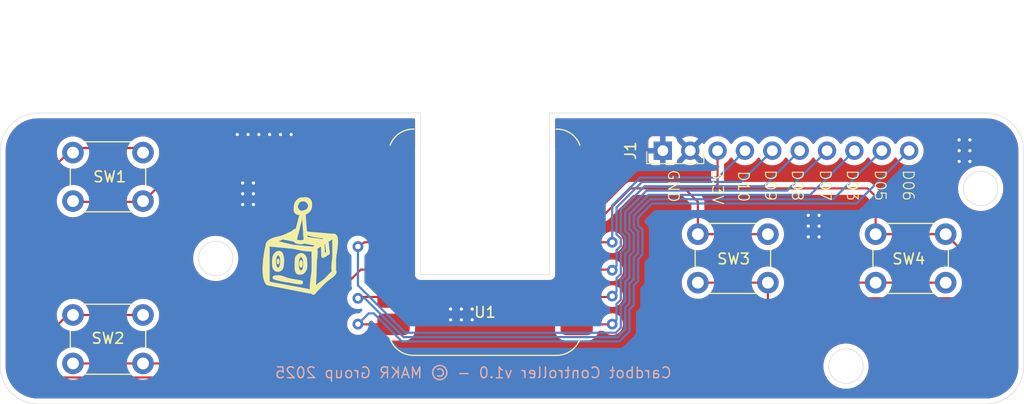
<source format=kicad_pcb>
(kicad_pcb (version 20241229) (generator "pcbnew") (generator_version "9.0")
  (title_block (title "Cardbot Controller") (date "2025-07-14") (rev "1.0") (company "Makr"))
  (layers (0 "F.Cu" signal) (2 "B.Cu" signal) (13 "F.Paste" user) (15 "B.Paste" user) (5 "F.SilkS" user "F.Silkscreen") (7 "B.SilkS" user "B.Silkscreen") (1 "F.Mask" user) (3 "B.Mask" user) (25 "Edge.Cuts" user))
  (net 0 "")
  (net 1 "Net-(U1-PA02_A0_D0)")
  (net 2 "Net-(J1-Pin_10)")
  (net 3 "Net-(U1-PA4_A1_D1)")
  (net 4 "Net-(U1-PA8_A4_D4_SDA)")
  (net 5 "Net-(U1-PA10_A2_D2)")
  (net 6 "Net-(J1-Pin_9)")
  (net 7 "Net-(J1-Pin_7)")
  (net 8 "Net-(J1-Pin_4)")
  (net 9 "Net-(J1-Pin_6)")
  (net 10 "Net-(J1-Pin_8)")
  (net 11 "Net-(J1-Pin_3)")
  (net 12 "Net-(J1-Pin_5)")
  (net 13 "Net-(J1-Pin_1)")
  (footprint "RF_Module:MCU_Seeed_ESP32C3_Open_Back" (layer "F.Cu") (at 140 65)
    (property "Reference" "U1")
    (property "Value" "MOUDLE-SEEEDUINO-XIAO-ESP32C3")
    (fp_line (start -6 -12) (end -6 3) (stroke (width 0.05)) (layer "Edge.Cuts"))
    (fp_line (start -6 3) (end 6 3) (stroke (width 0.05)) (layer "Edge.Cuts"))
    (fp_line (start 6 3) (end 6 -12) (stroke (width 0.05)) (layer "Edge.Cuts"))
  )
  (footprint "Button_Switch_THT:SW_PUSH_6mm_H5mm" (layer "F.Cu") (at 101.75 56.678)
    (property "Reference" "SW1")
    (property "Value" "TL1105BF160Q")
  )
  (footprint "Connector_PinHeader_2.54mm:PinHeader_1x10_P2.54mm_Horizontal" (layer "F.Cu") (at 156.5 56.5 90)
    (property "Reference" "J1")
    (property "Value" "Conn_01x10_MountingPin")
  )
  (footprint "Button_Switch_THT:SW_PUSH_6mm_H5mm" (layer "F.Cu") (at 176.25 64.25)
    (property "Reference" "SW4")
    (property "Value" "TL1105BF160Q")
  )
  (footprint "Button_Switch_THT:SW_PUSH_6mm_H5mm" (layer "F.Cu") (at 159.75 64.25)
    (property "Reference" "SW3")
    (property "Value" "TL1105BF160Q")
  )
  (footprint "Button_Switch_THT:SW_PUSH_6mm_H5mm" (layer "F.Cu") (at 101.75 71.75)
    (property "Reference" "SW2")
    (property "Value" "TL1105BF160Q")
  )
  (gr_line (start 131.4 65) (end 128.8 65) (stroke (width 0.2)) (layer "F.Cu") (net 10))
  (gr_line (start 128.8 65) (end 128.2 65.4) (stroke (width 0.2)) (layer "F.Cu") (net 10))
  (gr_curve (pts (xy 122.989888 62.269871) (xy 122.309249 62.422768) (xy 122.383353 61.903417) (xy 122.439145 61.650164)) (stroke (width 0.361156)) (layer "F.SilkS"))
  (gr_line (start 160.3 57.7) (end 160.3 56.6) (stroke (width 0.1)) (layer "F.SilkS"))
  (gr_curve (pts (xy 123.094024 61.022547) (xy 123.789483 60.860055) (xy 123.801825 61.402952) (xy 123.749166 61.650173)) (stroke (width 0.361156)) (layer "F.SilkS"))
  (gr_poly (pts (xy 120.777304 68.236537) (xy 120.839591 68.24056) (xy 120.902197 68.247971) (xy 120.965238 68.258492) (xy 121.09309 68.287755) (xy 121.224078 68.326128) (xy 121.359134 68.371389) (xy 121.499188 68.421316) (xy 121.757505 68.512056) (xy 120.466569 68.276963) (xy 120.52901 68.25988) (xy 120.591188 68.247574) (xy 120.653218 68.239766) (xy 120.715218 68.23618)) (stroke (width 0.361156)) (fill no) (layer "F.SilkS"))
  (gr_curve (pts (xy 120.788037 66.006365) (xy 121.103712 65.826581) (xy 121.193644 66.478964) (xy 121.16356 66.782811)) (stroke (width 0.361156)) (layer "F.SilkS"))
  (gr_line (start 123.163255 62.297485) (end 123.346055 64.842724) (stroke (width 0.361156)) (layer "F.SilkS"))
  (gr_poly (pts (xy 122.51427 64.107052) (xy 122.363214 64.690494) (xy 122.360156 64.700333) (xy 122.357667 64.711797) (xy 122.355723 64.726881) (xy 122.355233 64.735606) (xy 122.355213 64.745028) (xy 122.355773 64.755076) (xy 122.357025 64.765681) (xy 122.35908 64.776774) (xy 122.362048 64.788284) (xy 122.366042 64.800142) (xy 122.371171 64.812279) (xy 122.377548 64.824625) (xy 122.385283 64.83711) (xy 122.394487 64.849664) (xy 122.405272 64.862219) (xy 122.417748 64.874704) (xy 122.432027 64.88705) (xy 122.448219 64.899187) (xy 122.466437 64.911046) (xy 122.48679 64.922557) (xy 122.50939 64.93365) (xy 122.534348 64.944255) (xy 122.561776 64.954304) (xy 122.591783 64.963727) (xy 122.624482 64.972453) (xy 122.659983 64.980414) (xy 122.698398 64.987539) (xy 122.737712 64.993403) (xy 122.77583 64.997674) (xy 122.812746 65.000446) (xy 122.848459 65.001809) (xy 122.916261 65.00068) (xy 122.979207 64.995026) (xy 123.037271 64.985584) (xy 123.090426 64.973092) (xy 123.138646 64.958288) (xy 123.181904 64.94191) (xy 123.220173 64.924696) (xy 123.253426 64.907383) (xy 123.281636 64.890709) (xy 123.304777 64.875413) (xy 123.335745 64.851902) (xy 123.346116 64.842753) (xy 123.298049 64.173111) (xy 125.994654 64.400323) (xy 124.085015 65.603961) (xy 119.827886 65.195889) (xy 122.215029 64.081853)) (stroke (width 0.361156)) (fill no) (layer "F.SilkS"))
  (gr_poly (pts (xy 120.794677 66.516537) (xy 120.801228 66.517567) (xy 120.807683 66.519262) (xy 120.814035 66.521607) (xy 120.820275 66.524584) (xy 120.826396 66.528177) (xy 120.832389 66.532369) (xy 120.838246 66.537143) (xy 120.84396 66.542482) (xy 120.849521 66.54837) (xy 120.854923 66.55479) (xy 120.860156 66.561725) (xy 120.865213 66.569158) (xy 120.870086 66.577074) (xy 120.874766 66.585454) (xy 120.879246 66.594282) (xy 120.883516 66.603541) (xy 120.88757 66.613216) (xy 120.8914 66.623288) (xy 120.894996 66.633741) (xy 120.898351 66.644559) (xy 120.901456 66.655724) (xy 120.904305 66.66722) (xy 120.906888 66.67903) (xy 120.909197 66.691138) (xy 120.911225 66.703526) (xy 120.912963 66.716179) (xy 120.914404 66.729078) (xy 120.915538 66.742208) (xy 120.916358 66.755551) (xy 120.916856 66.769091) (xy 120.917024 66.782811) (xy 120.916358 66.810072) (xy 120.914404 66.836545) (xy 120.911225 66.862096) (xy 120.906888 66.886592) (xy 120.901456 66.909898) (xy 120.894996 66.931881) (xy 120.88757 66.952407) (xy 120.879246 66.97134) (xy 120.870086 66.988549) (xy 120.860156 67.003897) (xy 120.849521 67.017252) (xy 120.838246 67.028479) (xy 120.832389 67.033253) (xy 120.826396 67.037445) (xy 120.820275 67.041038) (xy 120.814035 67.044015) (xy 120.807683 67.04636) (xy 120.801228 67.048055) (xy 120.794677 67.049085) (xy 120.78804 67.049432) (xy 120.781402 67.049085) (xy 120.774852 67.048055) (xy 120.768397 67.04636) (xy 120.762045 67.044015) (xy 120.755805 67.041038) (xy 120.749684 67.037445) (xy 120.743691 67.033253) (xy 120.737833 67.028479) (xy 120.73212 67.02314) (xy 120.726558 67.017252) (xy 120.721157 67.010832) (xy 120.715924 67.003897) (xy 120.710867 66.996464) (xy 120.705994 66.988549) (xy 120.701314 66.980169) (xy 120.696834 66.97134) (xy 120.692563 66.962081) (xy 120.688509 66.952407) (xy 120.68468 66.942335) (xy 120.681084 66.931881) (xy 120.677729 66.921064) (xy 120.674623 66.909898) (xy 120.671775 66.898402) (xy 120.669192 66.886592) (xy 120.666882 66.874484) (xy 120.664854 66.862096) (xy 120.663116 66.849444) (xy 120.661676 66.836545) (xy 120.660542 66.823415) (xy 120.659721 66.810072) (xy 120.659223 66.796532) (xy 120.659056 66.782811) (xy 120.659721 66.755551) (xy 120.661676 66.729078) (xy 120.664854 66.703526) (xy 120.669192 66.67903) (xy 120.674623 66.655724) (xy 120.681084 66.633741) (xy 120.688509 66.613216) (xy 120.696834 66.594282) (xy 120.705994 66.577074) (xy 120.715924 66.561725) (xy 120.726558 66.54837) (xy 120.737833 66.537143) (xy 120.743691 66.532369) (xy 120.749684 66.528177) (xy 120.755805 66.524584) (xy 120.762045 66.521607) (xy 120.768397 66.519262) (xy 120.774852 66.517567) (xy 120.781402 66.516537) (xy 120.78804 66.51619)) (fill yes) (layer "F.SilkS"))
  (gr_curve (pts (xy 119.828 65.195864) (xy 119.998498 64.499192) (xy 121.934533 64.661987) (xy 122.215121 64.081838)) (stroke (width 0.361156)) (layer "F.SilkS"))
  (gr_curve (pts (xy 122.911306 68.722199) (xy 122.353271 68.620574) (xy 121.104968 68.527174) (xy 120.466601 68.276991)) (stroke (width 0.361156)) (layer "F.SilkS"))
  (gr_poly (pts (xy 120.470454 65.044898) (xy 120.755424 65.08772) (xy 121.072579 65.150939) (xy 121.768368 65.314915) (xy 122.487661 65.489514) (xy 122.834196 65.566012) (xy 123.160297 65.627423) (xy 123.457193 65.667835) (xy 123.716116 65.681332) (xy 123.828596 65.67614) (xy 123.928294 65.662002) (xy 124.014113 65.638178) (xy 124.084957 65.60393) (xy 124.142301 65.578207) (xy 124.188838 65.579318) (xy 124.225279 65.605563) (xy 124.252335 65.655239) (xy 124.270716 65.726646) (xy 124.281133 65.818081) (xy 124.280919 66.054234) (xy 124.257378 66.350085) (xy 124.216196 66.692023) (xy 124.10365 67.459717) (xy 123.988768 68.248425) (xy 123.944665 68.616632) (xy 123.917034 68.949258) (xy 123.911563 69.232693) (xy 123.918913 69.35171) (xy 123.933936 69.453325) (xy 123.95734 69.535837) (xy 123.989838 69.597543) (xy 123.996645 69.60385) (xy 123.682148 69.531842) (xy 122.189611 69.243541) (xy 119.827838 68.816474) (xy 119.775005 68.750535) (xy 119.727912 68.675447) (xy 119.686326 68.59182) (xy 119.650013 68.500265) (xy 119.618741 68.401392) (xy 119.592277 68.295812) (xy 119.552837 68.066969) (xy 119.52983 67.81862) (xy 119.521389 67.555648) (xy 119.525651 67.282935) (xy 119.540749 67.005365) (xy 119.564818 66.727819) (xy 119.595994 66.455182) (xy 119.672205 65.944162) (xy 119.75446 65.511368) (xy 119.827838 65.195863) (xy 119.853144 65.141033) (xy 119.896363 65.097956) (xy 119.956398 65.065892) (xy 120.032154 65.044102) (xy 120.122533 65.031847) (xy 120.226441 65.028387)) (stroke (width 0.361156)) (fill no) (layer "F.SilkS"))
  (gr_curve (pts (xy 123.346055 64.842724) (xy 123.346055 64.842724) (xy 123.124044 65.058862) (xy 122.698355 64.987504)) (stroke (width 0.361156)) (layer "F.SilkS"))
  (gr_line (start 155 57.7) (end 160.25 57.7) (stroke (width 0.1)) (layer "F.SilkS"))
  (gr_line (start 123.163255 62.297485) (end 122.989888 62.269871) (stroke (width 0.361156)) (layer "F.SilkS"))
  (gr_poly (pts (xy 122.911319 68.722177) (xy 122.802921 68.720308) (xy 122.697751 68.714885) (xy 122.595694 68.706186) (xy 122.496632 68.694488) (xy 122.40045 68.68007) (xy 122.307031 68.663208) (xy 122.128015 68.623267) (xy 121.958654 68.576886) (xy 121.798017 68.526287) (xy 121.757505 68.512056)) (stroke (width 0.361156)) (fill no) (layer "F.SilkS"))
  (gr_curve (pts (xy 122.911319 66.188687) (xy 123.386378 66.148365) (xy 123.305415 67.003868) (xy 123.305415 67.003868)) (stroke (width 0.361156)) (layer "F.SilkS"))
  (gr_poly (pts (xy 122.920027 66.648098) (xy 122.928774 66.649474) (xy 122.937394 66.651739) (xy 122.945877 66.654872) (xy 122.95421 66.65885) (xy 122.962383 66.66365) (xy 122.970387 66.669251) (xy 122.978208 66.675629) (xy 122.985838 66.682763) (xy 122.993265 66.69063) (xy 123.000478 66.699208) (xy 123.007466 66.708474) (xy 123.01422 66.718406) (xy 123.020726 66.728981) (xy 123.026976 66.740178) (xy 123.032958 66.751973) (xy 123.038661 66.764345) (xy 123.044075 66.777271) (xy 123.049188 66.790728) (xy 123.053991 66.804695) (xy 123.058471 66.819148) (xy 123.062618 66.834066) (xy 123.066422 66.849427) (xy 123.069871 66.865206) (xy 123.072955 66.881383) (xy 123.075663 66.897936) (xy 123.077984 66.91484) (xy 123.079908 66.932075) (xy 123.081422 66.949618) (xy 123.082518 66.967446) (xy 123.083183 66.985537) (xy 123.083407 67.003869) (xy 123.082518 67.040292) (xy 123.079908 67.075663) (xy 123.075663 67.109802) (xy 123.069871 67.142532) (xy 123.062618 67.173672) (xy 123.053991 67.203043) (xy 123.044075 67.230468) (xy 123.032958 67.255765) (xy 123.020726 67.278757) (xy 123.007466 67.299265) (xy 122.993265 67.317109) (xy 122.978208 67.33211) (xy 122.970387 67.338488) (xy 122.962383 67.344089) (xy 122.95421 67.348889) (xy 122.945877 67.352867) (xy 122.937394 67.356) (xy 122.928774 67.358265) (xy 122.920027 67.359641) (xy 122.911164 67.360104) (xy 122.9023 67.359641) (xy 122.893553 67.358265) (xy 122.884933 67.356) (xy 122.87645 67.352867) (xy 122.868117 67.348889) (xy 122.859944 67.344089) (xy 122.85194 67.338488) (xy 122.844119 67.33211) (xy 122.836489 67.324976) (xy 122.829062 67.317109) (xy 122.821849 67.308531) (xy 122.814861 67.299265) (xy 122.808108 67.289333) (xy 122.801601 67.278757) (xy 122.795351 67.267561) (xy 122.789369 67.255765) (xy 122.783666 67.243394) (xy 122.778252 67.230468) (xy 122.773139 67.21701) (xy 122.768336 67.203043) (xy 122.763856 67.18859) (xy 122.759709 67.173672) (xy 122.755905 67.158312) (xy 122.752456 67.142532) (xy 122.749372 67.126354) (xy 122.746664 67.109802) (xy 122.744343 67.092898) (xy 122.742419 67.075663) (xy 122.740905 67.05812) (xy 122.739809 67.040292) (xy 122.739144 67.022201) (xy 122.73892 67.003869) (xy 122.739809 66.967446) (xy 122.742419 66.932075) (xy 122.746664 66.897936) (xy 122.752456 66.865206) (xy 122.759709 66.834066) (xy 122.768336 66.804695) (xy 122.778252 66.777271) (xy 122.789369 66.751973) (xy 122.801601 66.728981) (xy 122.814861 66.708474) (xy 122.829062 66.69063) (xy 122.844119 66.675629) (xy 122.85194 66.669251) (xy 122.859944 66.66365) (xy 122.868117 66.65885) (xy 122.87645 66.654872) (xy 122.884933 66.651739) (xy 122.893553 66.649474) (xy 122.9023 66.648098) (xy 122.911164 66.647635)) (fill yes) (layer "F.SilkS"))
  (gr_curve (pts (xy 120.412594 66.782811) (xy 120.436168 66.513016) (xy 120.372271 66.186228) (xy 120.788037 66.006365)) (stroke (width 0.361156)) (layer "F.SilkS"))
  (gr_curve (pts (xy 123.568624 64.200663) (xy 124.192433 64.381558) (xy 125.010232 64.557851) (xy 125.994721 64.400288)) (stroke (width 0.361156)) (layer "F.SilkS"))
  (gr_line (start 122.334663 63.957379) (end 122.573271 63.878866) (stroke (width 0.361156)) (layer "F.SilkS"))
  (gr_poly (pts (xy 124.080588 69.62307) (xy 124.139634 69.646503) (xy 124.084957 69.651736) (xy 124.03214 69.636744) (xy 123.996645 69.60385)) (stroke (width 0.361156)) (fill no) (layer "F.SilkS"))
  (gr_curve (pts (xy 122.215121 64.081838) (xy 122.243855 64.022544) (xy 122.28378 63.982222) (xy 122.334663 63.957379)) (stroke (width 0.361156)) (layer "F.SilkS"))
  (gr_curve (pts (xy 122.516984 67.003868) (xy 122.534605 66.763282) (xy 122.368473 66.302193) (xy 122.911319 66.188687)) (stroke (width 0.361156)) (layer "F.SilkS"))
  (gr_curve (pts (xy 122.911319 67.818653) (xy 122.388872 67.955098) (xy 122.499601 67.244454) (xy 122.516984 67.003868)) (stroke (width 0.361156)) (layer "F.SilkS"))
  (gr_poly (pts (xy 122.931605 66.189747) (xy 122.951625 66.192895) (xy 122.971352 66.198079) (xy 122.990763 66.205248) (xy 123.009834 66.214351) (xy 123.028538 66.225335) (xy 123.046851 66.238151) (xy 123.064749 66.252747) (xy 123.082207 66.269072) (xy 123.0992 66.287074) (xy 123.115704 66.306703) (xy 123.131693 66.327906) (xy 123.147144 66.350634) (xy 123.162031 66.374834) (xy 123.176329 66.400455) (xy 123.190014 66.427447) (xy 123.203061 66.455757) (xy 123.215446 66.485336) (xy 123.227143 66.516131) (xy 123.238129 66.548091) (xy 123.248377 66.581166) (xy 123.257864 66.615303) (xy 123.266565 66.650452) (xy 123.274455 66.686562) (xy 123.28151 66.72358) (xy 123.287704 66.761457) (xy 123.293013 66.800141) (xy 123.297412 66.83958) (xy 123.300876 66.879723) (xy 123.303381 66.92052) (xy 123.304903 66.961919) (xy 123.305415 67.003868) (xy 123.303381 67.087212) (xy 123.297412 67.168139) (xy 123.287704 67.246243) (xy 123.274455 67.321113) (xy 123.257864 67.392341) (xy 123.238129 67.45952) (xy 123.215446 67.522239) (xy 123.190014 67.580091) (xy 123.162031 67.632667) (xy 123.131693 67.679559) (xy 123.0992 67.720357) (xy 123.064749 67.754654) (xy 123.046851 67.769237) (xy 123.028538 67.782041) (xy 123.009834 67.793015) (xy 122.990763 67.802108) (xy 122.971352 67.80927) (xy 122.951625 67.814448) (xy 122.931605 67.817593) (xy 122.911319 67.818653) (xy 122.891038 67.817593) (xy 122.871023 67.814448) (xy 122.851297 67.80927) (xy 122.831886 67.802108) (xy 122.812814 67.793015) (xy 122.794107 67.782041) (xy 122.775789 67.769237) (xy 122.757884 67.754654) (xy 122.740419 67.738344) (xy 122.723417 67.720357) (xy 122.706903 67.700745) (xy 122.690903 67.679559) (xy 122.675441 67.656849) (xy 122.660543 67.632667) (xy 122.646232 67.607064) (xy 122.632534 67.580091) (xy 122.619473 67.551799) (xy 122.607075 67.522239) (xy 122.595365 67.491462) (xy 122.584366 67.45952) (xy 122.574105 67.426462) (xy 122.564606 67.392341) (xy 122.555893 67.357208) (xy 122.547992 67.321113) (xy 122.540927 67.284107) (xy 122.534724 67.246243) (xy 122.529407 67.20757) (xy 122.525001 67.168139) (xy 122.52153 67.128003) (xy 122.519021 67.087212) (xy 122.517497 67.045816) (xy 122.516984 67.003868) (xy 122.519021 66.92052) (xy 122.525001 66.83958) (xy 122.534724 66.761457) (xy 122.547992 66.686562) (xy 122.564606 66.615303) (xy 122.584366 66.548091) (xy 122.607075 66.485336) (xy 122.632534 66.427447) (xy 122.660543 66.374834) (xy 122.690903 66.327906) (xy 122.723417 66.287074) (xy 122.757884 66.252747) (xy 122.775789 66.238151) (xy 122.794107 66.225335) (xy 122.812814 66.214351) (xy 122.831886 66.205248) (xy 122.851297 66.198079) (xy 122.871023 66.192895) (xy 122.891038 66.189747) (xy 122.911319 66.188687)) (stroke (width 0.361156)) (fill no) (layer "F.SilkS"))
  (gr_poly (pts (xy 124.084957 65.603931) (xy 124.084957 69.651739) (xy 119.827838 68.816476) (xy 119.827838 65.195865)) (stroke (width 0.361156)) (fill no) (layer "F.SilkS"))
  (gr_curve (pts (xy 123.305415 67.003868) (xy 123.305415 67.003868) (xy 123.433447 67.682604) (xy 122.911319 67.818653)) (stroke (width 0.361156)) (layer "F.SilkS"))
  (gr_poly (pts (xy 122.409907 64.509906) (xy 122.363155 64.690484) (xy 122.362461 64.692393) (xy 122.36076 64.697881) (xy 122.35971 64.701856) (xy 122.358621 64.706591) (xy 122.357567 64.712043) (xy 122.356616 64.718166) (xy 122.355842 64.724917) (xy 122.355314 64.732249) (xy 122.355165 64.73612) (xy 122.355105 64.740119) (xy 122.355142 64.744242) (xy 122.355285 64.748483) (xy 122.355544 64.752835) (xy 122.355927 64.757294) (xy 122.356443 64.761854) (xy 122.3571 64.76651) (xy 122.357909 64.771255) (xy 122.358877 64.776084) (xy 122.360014 64.780992) (xy 122.361329 64.785973) (xy 121.408194 64.607379) (xy 121.744268 64.409894)) (stroke (width 0.347662)) (fill no) (layer "F.SilkS"))
  (gr_line (start 122.408002 63.933247) (end 122.363155 64.690483) (stroke (width 0.361156)) (layer "F.SilkS"))
  (gr_poly (pts (xy 125.94242 64.392169) (xy 125.994561 64.40029) (xy 126.04147 64.419734) (xy 126.080389 64.454501) (xy 126.111813 64.503598) (xy 126.136239 64.566033) (xy 126.154163 64.640816) (xy 126.166082 64.726953) (xy 126.173891 64.929323) (xy 126.163637 65.165209) (xy 126.139292 65.426675) (xy 126.064213 65.994606) (xy 125.980427 66.569633) (xy 125.945198 66.839968) (xy 125.919708 67.088271) (xy 125.907927 67.306606) (xy 125.913828 67.487037) (xy 125.92465 67.56056) (xy 125.941382 67.62163) (xy 125.96452 67.669257) (xy 125.994561 67.702449) (xy 126.020564 67.730423) (xy 126.031808 67.762912) (xy 126.029209 67.799678) (xy 126.013684 67.840478) (xy 125.986147 67.885073) (xy 125.947515 67.933223) (xy 125.840629 68.039222) (xy 125.700352 68.156553) (xy 125.534011 68.283291) (xy 125.152442 68.557297) (xy 124.754535 68.845852) (xy 124.567772 68.990775) (xy 124.398904 69.133565) (xy 124.255258 69.272297) (xy 124.195183 69.339541) (xy 124.144162 69.405048) (xy 124.103109 69.46858) (xy 124.079135 69.517305) (xy 124.098854 69.320568) (xy 124.139567 68.736897) (xy 124.176923 68.005571) (xy 124.200531 67.226603) (xy 124.2 66.5) (xy 124.187435 66.187589) (xy 124.164939 65.925773) (xy 124.131213 65.727054) (xy 124.109732 65.655262) (xy 124.084957 65.603932) (xy 124.173892 65.542725) (xy 124.272675 65.466447) (xy 124.49482 65.279998) (xy 124.741462 65.067213) (xy 124.870866 64.958017) (xy 125.002671 64.850723) (xy 125.135635 64.74816) (xy 125.268516 64.653156) (xy 125.400074 64.568541) (xy 125.464968 64.531013) (xy 125.529066 64.497142) (xy 125.592213 64.467283) (xy 125.654253 64.441789) (xy 125.71503 64.421014) (xy 125.774391 64.40531) (xy 125.83218 64.395033) (xy 125.888241 64.390534)) (stroke (width 0.361156)) (fill no) (layer "F.SilkS"))
  (gr_line (start 123.319308 64.125731) (end 123.568624 64.200663) (stroke (width 0.361156)) (layer "F.SilkS"))
  (gr_poly (pts (xy 124.065175 69.656577) (xy 124.054221 69.700455) (xy 124.048921 69.644913) (xy 124.054573 69.588753) (xy 124.07294 69.529895) (xy 124.079135 69.517305)) (stroke (width 0.361156)) (fill no) (layer "F.SilkS"))
  (gr_poly (pts (xy 125.994561 67.702446) (xy 124.084957 69.651737) (xy 124.084957 65.60393) (xy 125.994561 64.400288)) (stroke (width 0.361156)) (fill no) (layer "F.SilkS"))
  (gr_curve (pts (xy 122.439145 61.650164) (xy 122.4946 61.397123) (xy 122.740531 60.92334) (xy 123.094024 61.022547)) (stroke (width 0.361156)) (layer "F.SilkS"))
  (gr_poly (pts (xy 120.80737 66.007375) (xy 120.826447 66.010373) (xy 120.845247 66.01531) (xy 120.863744 66.022137) (xy 120.881917 66.030806) (xy 120.89974 66.041268) (xy 120.917191 66.053474) (xy 120.934246 66.067375) (xy 120.950882 66.082923) (xy 120.967074 66.100069) (xy 120.9828 66.118763) (xy 120.998036 66.138958) (xy 121.012758 66.160604) (xy 121.026942 66.183653) (xy 121.040567 66.208056) (xy 121.053606 66.233764) (xy 121.066038 66.260728) (xy 121.077838 66.288901) (xy 121.088984 66.318232) (xy 121.099451 66.348673) (xy 121.109216 66.380176) (xy 121.118255 66.412691) (xy 121.126545 66.44617) (xy 121.134063 66.480564) (xy 121.140784 66.515825) (xy 121.146685 66.551903) (xy 121.151744 66.58875) (xy 121.155935 66.626317) (xy 121.159236 66.664555) (xy 121.161623 66.703416) (xy 121.163072 66.742851) (xy 121.16356 66.782811) (xy 121.161623 66.862191) (xy 121.155935 66.939278) (xy 121.146685 67.013681) (xy 121.134063 67.085011) (xy 121.118255 67.152877) (xy 121.099451 67.216888) (xy 121.077838 67.276655) (xy 121.053606 67.331788) (xy 121.026942 67.381896) (xy 120.998036 67.426588) (xy 120.967074 67.465476) (xy 120.934246 67.498168) (xy 120.917191 67.512069) (xy 120.89974 67.524274) (xy 120.881917 67.534736) (xy 120.863744 67.543405) (xy 120.845247 67.550232) (xy 120.826447 67.555169) (xy 120.80737 67.558167) (xy 120.788037 67.559177) (xy 120.76874 67.558167) (xy 120.749694 67.555169) (xy 120.730922 67.550232) (xy 120.712448 67.543405) (xy 120.694296 67.534736) (xy 120.676489 67.524274) (xy 120.659052 67.512069) (xy 120.642008 67.498168) (xy 120.625381 67.482621) (xy 120.609195 67.465476) (xy 120.593473 67.446782) (xy 120.578238 67.426588) (xy 120.563516 67.404943) (xy 120.549329 67.381896) (xy 120.535702 67.357494) (xy 120.522657 67.331788) (xy 120.510219 67.304825) (xy 120.498411 67.276655) (xy 120.487258 67.247327) (xy 120.476783 67.216888) (xy 120.467009 67.185389) (xy 120.45796 67.152877) (xy 120.449661 67.119401) (xy 120.442135 67.085011) (xy 120.435405 67.049755) (xy 120.429495 67.013681) (xy 120.42443 66.97684) (xy 120.420232 66.939278) (xy 120.416926 66.901046) (xy 120.414535 66.862191) (xy 120.413083 66.822763) (xy 120.412594 66.782811) (xy 120.414535 66.703416) (xy 120.420232 66.626317) (xy 120.429495 66.551903) (xy 120.442135 66.480564) (xy 120.45796 66.412691) (xy 120.476783 66.348673) (xy 120.498411 66.288901) (xy 120.522657 66.233764) (xy 120.549329 66.183653) (xy 120.578238 66.138958) (xy 120.609195 66.100069) (xy 120.642008 66.067375) (xy 120.659052 66.053474) (xy 120.676489 66.041268) (xy 120.694296 66.030806) (xy 120.712448 66.022137) (xy 120.730922 66.01531) (xy 120.749694 66.010373) (xy 120.76874 66.007375) (xy 120.788037 66.006365)) (stroke (width 0.361156)) (fill no) (layer "F.SilkS"))
  (gr_line (start 122.989888 62.269871) (end 122.98982 62.269862) (stroke (width 0.361156)) (layer "F.SilkS"))
  (gr_curve (pts (xy 123.749166 61.650173) (xy 123.696098 61.89752) (xy 123.670416 62.117363) (xy 122.989888 62.269871)) (stroke (width 0.361156)) (layer "F.SilkS"))
  (gr_poly (pts (xy 123.127678 61.023301) (xy 123.160953 61.025724) (xy 123.193743 61.029714) (xy 123.226008 61.035232) (xy 123.257707 61.042239) (xy 123.288798 61.050694) (xy 123.319241 61.060559) (xy 123.348993 61.071794) (xy 123.378015 61.08436) (xy 123.406265 61.098218) (xy 123.433701 61.113327) (xy 123.460283 61.129649) (xy 123.485969 61.147145) (xy 123.510718 61.165775) (xy 123.53449 61.185499) (xy 123.557243 61.206278) (xy 123.578935 61.228073) (xy 123.599526 61.250844) (xy 123.618975 61.274552) (xy 123.63724 61.299158) (xy 123.65428 61.324622) (xy 123.670054 61.350905) (xy 123.684522 61.377967) (xy 123.697641 61.405769) (xy 123.709371 61.434272) (xy 123.71967 61.463437) (xy 123.728498 61.493223) (xy 123.735813 61.523591) (xy 123.741574 61.554503) (xy 123.74574 61.585918) (xy 123.748269 61.617798) (xy 123.749122 61.650103) (xy 123.748269 61.682429) (xy 123.74574 61.714329) (xy 123.741574 61.745764) (xy 123.735813 61.776693) (xy 123.728498 61.807078) (xy 123.71967 61.83688) (xy 123.709371 61.866058) (xy 123.697641 61.894574) (xy 123.684522 61.922389) (xy 123.670054 61.949462) (xy 123.65428 61.975755) (xy 123.63724 62.001228) (xy 123.618975 62.025842) (xy 123.599526 62.049558) (xy 123.578935 62.072336) (xy 123.557243 62.094137) (xy 123.53449 62.114921) (xy 123.510718 62.13465) (xy 123.485969 62.153283) (xy 123.460283 62.170782) (xy 123.433701 62.187107) (xy 123.406265 62.202219) (xy 123.378015 62.216079) (xy 123.348993 62.228646) (xy 123.319241 62.239883) (xy 123.288798 62.249748) (xy 123.257707 62.258204) (xy 123.226008 62.265211) (xy 123.193743 62.270729) (xy 123.160953 62.27472) (xy 123.127678 62.277143) (xy 123.09396 62.277959) (xy 123.060251 62.277143) (xy 123.026985 62.27472) (xy 122.994204 62.270729) (xy 122.961949 62.265211) (xy 122.930261 62.258204) (xy 122.899181 62.249748) (xy 122.868751 62.239883) (xy 122.83901 62.228646) (xy 122.810001 62.216079) (xy 122.781765 62.202219) (xy 122.754342 62.187107) (xy 122.727773 62.170782) (xy 122.702101 62.153283) (xy 122.677364 62.13465) (xy 122.653606 62.114921) (xy 122.630867 62.094137) (xy 122.609187 62.072336) (xy 122.588609 62.049558) (xy 122.569172 62.025842) (xy 122.550919 62.001228) (xy 122.53389 61.975755) (xy 122.518126 61.949462) (xy 122.503669 61.922389) (xy 122.490559 61.894574) (xy 122.478838 61.866058) (xy 122.468546 61.83688) (xy 122.459725 61.807078) (xy 122.452415 61.776693) (xy 122.446659 61.745764) (xy 122.442496 61.714329) (xy 122.439968 61.682429) (xy 122.439116 61.650103) (xy 122.439968 61.617798) (xy 122.442496 61.585918) (xy 122.446659 61.554503) (xy 122.452415 61.523591) (xy 122.459725 61.493223) (xy 122.468546 61.463437) (xy 122.478838 61.434272) (xy 122.490559 61.405769) (xy 122.503669 61.377967) (xy 122.518126 61.350905) (xy 122.53389 61.324622) (xy 122.550919 61.299158) (xy 122.569172 61.274552) (xy 122.588609 61.250844) (xy 122.609187 61.228073) (xy 122.630867 61.206278) (xy 122.653606 61.185499) (xy 122.677364 61.165775) (xy 122.702101 61.147145) (xy 122.727773 61.129649) (xy 122.754342 61.113327) (xy 122.781765 61.098218) (xy 122.810001 61.08436) (xy 122.83901 61.071794) (xy 122.868751 61.060559) (xy 122.899181 61.050694) (xy 122.930261 61.042239) (xy 122.961949 61.035232) (xy 122.994204 61.029714) (xy 123.026985 61.025724) (xy 123.060251 61.023301) (xy 123.09396 61.022485)) (stroke (width 0.361156)) (fill no) (layer "F.SilkS"))
  (gr_curve (pts (xy 120.788037 67.559178) (xy 120.372271 67.599819) (xy 120.389337 67.052527) (xy 120.412594 66.782811)) (stroke (width 0.361156)) (layer "F.SilkS"))
  (gr_curve (pts (xy 121.16356 66.782811) (xy 121.133795 67.086976) (xy 121.2042 67.518538) (xy 120.788037 67.559178)) (stroke (width 0.361156)) (layer "F.SilkS"))
  (gr_curve (pts (xy 122.698355 64.987504) (xy 122.272667 64.916225) (xy 122.363155 64.690483) (xy 122.363155 64.690483)) (stroke (width 0.361156)) (layer "F.SilkS"))
  (gr_line (start 155 56.6) (end 155 57.7) (stroke (width 0.1)) (layer "F.SilkS"))
  (gr_line (start 122.51427 64.106769) (end 122.98982 62.269862) (stroke (width 0.361156)) (layer "F.SilkS"))
  (gr_poly (pts (xy 125.303125 64.944405) (xy 125.423775 66.000489) (xy 124.968004 66.277111) (xy 124.938238 65.268731) (xy 123.18548 64.940357) (xy 123.204798 64.931883) (xy 123.222894 64.923309) (xy 123.239765 64.914723) (xy 123.255408 64.906216) (xy 123.269818 64.897876) (xy 123.282993 64.889793) (xy 123.29493 64.882055) (xy 123.305624 64.874754) (xy 123.323272 64.861813) (xy 123.335911 64.851685) (xy 123.346055 64.842726) (xy 123.332085 64.648337)) (stroke (width 0.347662)) (fill no) (layer "F.SilkS"))
  (gr_line (start 134 53) (end 98.5 53) (stroke (width 0.05)) (layer "Edge.Cuts"))
  (gr_line (start 146 53) (end 186.5 53) (stroke (width 0.05)) (layer "Edge.Cuts"))
  (gr_arc (start 190 76.5) (mid 188.974874 78.974874) (end 186.5 80) (stroke (width 0.05)) (layer "Edge.Cuts"))
  (gr_line (start 95 56.5) (end 95 76.5) (stroke (width 0.05)) (layer "Edge.Cuts"))
  (gr_line (start 190 76.5) (end 190 56.5) (stroke (width 0.05)) (layer "Edge.Cuts"))
  (gr_circle (center 173.5 76.5) (end 175.1 76.5) (stroke (width 0.05)) (fill no) (layer "Edge.Cuts"))
  (gr_circle (center 186 60) (end 187.6 60) (stroke (width 0.05)) (fill no) (layer "Edge.Cuts"))
  (gr_arc (start 186.5 53) (mid 188.974874 54.025126) (end 190 56.5) (stroke (width 0.05)) (layer "Edge.Cuts"))
  (gr_arc (start 95 56.5) (mid 96.025126 54.025126) (end 98.5 53) (stroke (width 0.05)) (layer "Edge.Cuts"))
  (gr_arc (start 98.5 80) (mid 96.025126 78.974874) (end 95 76.5) (stroke (width 0.05)) (layer "Edge.Cuts"))
  (gr_circle (center 115 66.5) (end 116.6 66.5) (stroke (width 0.05)) (fill no) (layer "Edge.Cuts"))
  (gr_line (start 98.5 80) (end 186.5 80) (stroke (width 0.05)) (layer "Edge.Cuts"))
  (gr_text "D10" (at 163.4 58.3 270) (layer "F.SilkS") (effects (font (size 1 1) (thickness 0.1)) (justify left bottom)))
  (gr_text "D05" (at 176.1 58.2 270) (layer "F.SilkS") (effects (font (size 1 1) (thickness 0.1)) (justify left bottom)))
  (gr_text "GND" (at 156.9 58.2 270) (layer "F.SilkS") (effects (font (size 1 1) (thickness 0.1)) (justify left bottom)))
  (gr_text "3.3V" (at 161 58.2 270) (layer "F.SilkS") (effects (font (size 1 1) (thickness 0.1)) (justify left bottom)))
  (gr_text "D08" (at 168.4 58.2 270) (layer "F.SilkS") (effects (font (size 1 1) (thickness 0.1)) (justify left bottom)))
  (gr_text "D03" (at 173.5 58.2 270) (layer "F.SilkS") (effects (font (size 1 1) (thickness 0.1)) (justify left bottom)))
  (gr_text "D09" (at 165.9 58.2 270) (layer "F.SilkS") (effects (font (size 1 1) (thickness 0.1)) (justify left bottom)))
  (gr_text "D07" (at 171 58.2 270) (layer "F.SilkS") (effects (font (size 1 1) (thickness 0.1)) (justify left bottom)))
  (gr_text "D06" (at 178.7 58.2 270) (layer "F.SilkS") (effects (font (size 1 1) (thickness 0.1)) (justify left bottom)))
  (gr_text "Cardbot Controller v1.0 - © MAKR Group 2025" (at 157.4 77.7 0) (layer "B.SilkS") (effects (font (size 1 1) (thickness 0.125)) (justify left bottom mirror)))
  (segment (start 108.25 61.25) (end 112.12 57.38) (width 0.2) (layer "F.Cu") (net 1))
  (segment (start 101.75 61.25) (end 108.25 61.25) (width 0.2) (layer "F.Cu") (net 1))
  (segment (start 112.12 57.38) (end 131.5 57.38) (width 0.2) (layer "F.Cu") (net 1))
  (segment (start 128.2 72.6) (end 128.22 72.62) (width 0.2) (layer "F.Cu") (net 2))
  (segment (start 128.22 72.62) (end 131.5 72.62) (width 0.2) (layer "F.Cu") (net 2))
  (via (at 128.2 72.6) (size 1) (drill 0.5) (layers "F.Cu" "B.Cu") (net 2))
  (segment (start 155.4953 61.406) (end 162.6166 61.406) (width 0.2) (layer "B.Cu") (net 2))
  (segment (start 168.5383 61.403) (end 168.5393 61.402) (width 0.2) (layer "B.Cu") (net 2))
  (segment (start 172.4871 61.4) (end 174.46 61.4) (width 0.2) (layer "B.Cu") (net 2))
  (segment (start 153.804 68.997186) (end 154.205 68.596186) (width 0.2) (layer "B.Cu") (net 2))
  (segment (start 153.403 71.231086) (end 153.804 70.830086) (width 0.2) (layer "B.Cu") (net 2))
  (segment (start 154.206 62.6953) (end 155.4953 61.406) (width 0.2) (layer "B.Cu") (net 2))
  (segment (start 154.205 68.596186) (end 154.205 66.563286) (width 0.2) (layer "B.Cu") (net 2))
  (segment (start 162.6166 61.406) (end 162.6176 61.405) (width 0.2) (layer "B.Cu") (net 2))
  (segment (start 154.606 63.837714) (end 154.206 63.437714) (width 0.2) (layer "B.Cu") (net 2))
  (segment (start 170.5132 61.401) (end 172.4861 61.401) (width 0.2) (layer "B.Cu") (net 2))
  (segment (start 168.5393 61.402) (end 170.5122 61.402) (width 0.2) (layer "B.Cu") (net 2))
  (segment (start 166.5654 61.403) (end 168.5383 61.403) (width 0.2) (layer "B.Cu") (net 2))
  (segment (start 152.463986 74.203) (end 153.403 73.263986) (width 0.2) (layer "B.Cu") (net 2))
  (segment (start 154.205 66.563286) (end 154.606 66.162286) (width 0.2) (layer "B.Cu") (net 2))
  (segment (start 128.2 72.6) (end 129.2 71.6) (width 0.2) (layer "B.Cu") (net 2))
  (segment (start 153.804 70.830086) (end 153.804 68.997186) (width 0.2) (layer "B.Cu") (net 2))
  (segment (start 154.606 66.162286) (end 154.606 63.837714) (width 0.2) (layer "B.Cu") (net 2))
  (segment (start 172.4861 61.401) (end 172.4871 61.4) (width 0.2) (layer "B.Cu") (net 2))
  (segment (start 154.206 63.437714) (end 154.206 62.6953) (width 0.2) (layer "B.Cu") (net 2))
  (segment (start 170.5122 61.402) (end 170.5132 61.401) (width 0.2) (layer "B.Cu") (net 2))
  (segment (start 132.2688 74.203) (end 152.463986 74.203) (width 0.2) (layer "B.Cu") (net 2))
  (segment (start 153.403 73.263986) (end 153.403 71.231086) (width 0.2) (layer "B.Cu") (net 2))
  (segment (start 129.6658 71.6) (end 132.2688 74.203) (width 0.2) (layer "B.Cu") (net 2))
  (segment (start 129.2 71.6) (end 129.6658 71.6) (width 0.2) (layer "B.Cu") (net 2))
  (segment (start 162.6176 61.405) (end 166.5634 61.405) (width 0.2) (layer "B.Cu") (net 2))
  (segment (start 174.46 61.4) (end 179.36 56.5) (width 0.2) (layer "B.Cu") (net 2))
  (segment (start 166.5634 61.405) (end 166.5654 61.403) (width 0.2) (layer "B.Cu") (net 2))
  (segment (start 125.599 75.201) (end 124.55 76.25) (width 0.2) (layer "F.Cu") (net 3))
  (segment (start 124.55 76.25) (end 108.25 76.25) (width 0.2) (layer "F.Cu") (net 3))
  (segment (start 108.25 75.75) (end 107.5 76.5) (width 0.2) (layer "F.Cu") (net 3))
  (segment (start 129.699 61.620942) (end 129.699 62.059) (width 0.2) (layer "F.Cu") (net 3))
  (segment (start 130.160942 61.159) (end 129.699 61.620942) (width 0.2) (layer "F.Cu") (net 3))
  (segment (start 129.699 62.059) (end 126.9739 62.059) (width 0.2) (layer "F.Cu") (net 3))
  (segment (start 102.5 76.5) (end 101.75 75.75) (width 0.2) (layer "F.Cu") (net 3))
  (segment (start 125.599 63.4339) (end 125.599 75.201) (width 0.2) (layer "F.Cu") (net 3))
  (segment (start 108.25 76.25) (end 101.75 76.25) (width 0.2) (layer "F.Cu") (net 3))
  (segment (start 131.5 59.92) (end 131.5 61.159) (width 0.2) (layer "F.Cu") (net 3))
  (segment (start 126.9739 62.059) (end 125.599 63.4339) (width 0.2) (layer "F.Cu") (net 3))
  (segment (start 131.5 61.159) (end 130.160942 61.159) (width 0.2) (layer "F.Cu") (net 3))
  (segment (start 131.5 67.54) (end 128.46 67.54) (width 0.2) (layer "F.Cu") (net 4))
  (segment (start 127.5 76) (end 165.4 76) (width 0.2) (layer "F.Cu") (net 4))
  (segment (start 166.25 69.25) (end 166.75 68.75) (width 0.2) (layer "F.Cu") (net 4))
  (segment (start 128.46 67.54) (end 126.5 69.5) (width 0.2) (layer "F.Cu") (net 4))
  (segment (start 126.5 69.5) (end 126.5 75) (width 0.2) (layer "F.Cu") (net 4))
  (segment (start 166.25 75.15) (end 166.25 69.25) (width 0.2) (layer "F.Cu") (net 4))
  (segment (start 159.75 68.75) (end 166.25 68.75) (width 0.2) (layer "F.Cu") (net 4))
  (segment (start 165.4 76) (end 166.25 75.15) (width 0.2) (layer "F.Cu") (net 4))
  (segment (start 126.5 75) (end 127.5 76) (width 0.2) (layer "F.Cu") (net 4))
  (segment (start 126 63.6) (end 126 75.2) (width 0.2) (layer "F.Cu") (net 5))
  (segment (start 176.25 68.75) (end 182.75 68.75) (width 0.2) (layer "F.Cu") (net 5))
  (segment (start 127.2 76.4) (end 165.6 76.4) (width 0.2) (layer "F.Cu") (net 5))
  (segment (start 173.25 68.75) (end 176.25 68.75) (width 0.2) (layer "F.Cu") (net 5))
  (segment (start 165.6 76.4) (end 173.25 68.75) (width 0.2) (layer "F.Cu") (net 5))
  (segment (start 126 75.2) (end 127.2 76.4) (width 0.2) (layer "F.Cu") (net 5))
  (segment (start 131.5 62.46) (end 127.14 62.46) (width 0.2) (layer "F.Cu") (net 5))
  (segment (start 127.14 62.46) (end 126 63.6) (width 0.2) (layer "F.Cu") (net 5))
  (segment (start 128.32 70.08) (end 131.5 70.08) (width 0.2) (layer "F.Cu") (net 6))
  (segment (start 128.2 70.2) (end 128.32 70.08) (width 0.2) (layer "F.Cu") (net 6))
  (via (at 128.2 70.2) (size 1) (drill 0.5) (layers "F.Cu" "B.Cu") (net 6))
  (segment (start 152.297886 73.802) (end 153.002 73.097886) (width 0.2) (layer "B.Cu") (net 6))
  (segment (start 168.3732 61.001) (end 170.3461 61.001) (width 0.2) (layer "B.Cu") (net 6))
  (segment (start 153.804 68.430086) (end 153.804 66.397186) (width 0.2) (layer "B.Cu") (net 6))
  (segment (start 172.32 61) (end 176.82 56.5) (width 0.2) (layer "B.Cu") (net 6))
  (segment (start 166.3993 61.002) (end 168.3722 61.002) (width 0.2) (layer "B.Cu") (net 6))
  (segment (start 153.002 73.097886) (end 153.002 71.064986) (width 0.2) (layer "B.Cu") (net 6))
  (segment (start 166.3973 61.004) (end 166.3993 61.002) (width 0.2) (layer "B.Cu") (net 6))
  (segment (start 162.4505 61.005) (end 162.4515 61.004) (width 0.2) (layer "B.Cu") (net 6))
  (segment (start 170.3471 61) (end 172.32 61) (width 0.2) (layer "B.Cu") (net 6))
  (segment (start 153.002 71.064986) (end 153.403 70.663986) (width 0.2) (layer "B.Cu") (net 6))
  (segment (start 128.2 70.2) (end 128.8329 70.2) (width 0.2) (layer "B.Cu") (net 6))
  (segment (start 153.805 63.603814) (end 153.805 62.5292) (width 0.2) (layer "B.Cu") (net 6))
  (segment (start 153.805 62.5292) (end 155.3292 61.005) (width 0.2) (layer "B.Cu") (net 6))
  (segment (start 162.4515 61.004) (end 166.3973 61.004) (width 0.2) (layer "B.Cu") (net 6))
  (segment (start 128.8329 70.2) (end 132.4349 73.802) (width 0.2) (layer "B.Cu") (net 6))
  (segment (start 153.403 68.831086) (end 153.804 68.430086) (width 0.2) (layer "B.Cu") (net 6))
  (segment (start 155.3292 61.005) (end 162.4505 61.005) (width 0.2) (layer "B.Cu") (net 6))
  (segment (start 154.205 64.003814) (end 153.805 63.603814) (width 0.2) (layer "B.Cu") (net 6))
  (segment (start 168.3722 61.002) (end 168.3732 61.001) (width 0.2) (layer "B.Cu") (net 6))
  (segment (start 132.4349 73.802) (end 152.297886 73.802) (width 0.2) (layer "B.Cu") (net 6))
  (segment (start 154.205 65.996186) (end 154.205 64.003814) (width 0.2) (layer "B.Cu") (net 6))
  (segment (start 153.804 66.397186) (end 154.205 65.996186) (width 0.2) (layer "B.Cu") (net 6))
  (segment (start 153.403 70.663986) (end 153.403 68.831086) (width 0.2) (layer "B.Cu") (net 6))
  (segment (start 170.3461 61.001) (end 170.3471 61) (width 0.2) (layer "B.Cu") (net 6))
  (segment (start 151.78 72.62) (end 151.8 72.6) (width 0.2) (layer "F.Cu") (net 7))
  (segment (start 148.5 72.62) (end 151.78 72.62) (width 0.2) (layer "F.Cu") (net 7))
  (via (at 151.8 72.6) (size 1) (drill 0.5) (layers "F.Cu" "B.Cu") (net 7))
  (segment (start 153.403 65.663986) (end 153.403 64.336014) (width 0.2) (layer "B.Cu") (net 7))
  (segment (start 152.2 72.2) (end 152.2 70.732786) (width 0.2) (layer "B.Cu") (net 7))
  (segment (start 162.1183 60.203) (end 162.1193 60.202) (width 0.2) (layer "B.Cu") (net 7))
  (segment (start 153.002 66.064986) (end 153.403 65.663986) (width 0.2) (layer "B.Cu") (net 7))
  (segment (start 153.403 64.336014) (end 153.003 63.936014) (width 0.2) (layer "B.Cu") (net 7))
  (segment (start 166.0671 60.2) (end 168.04 60.2) (width 0.2) (layer "B.Cu") (net 7))
  (segment (start 151.8 72.6) (end 152.2 72.2) (width 0.2) (layer "B.Cu") (net 7))
  (segment (start 152.2 70.732786) (end 152.601 70.331786) (width 0.2) (layer "B.Cu") (net 7))
  (segment (start 152.601 70.331786) (end 152.601 68.498886) (width 0.2) (layer "B.Cu") (net 7))
  (segment (start 166.0651 60.202) (end 166.0671 60.2) (width 0.2) (layer "B.Cu") (net 7))
  (segment (start 162.1193 60.202) (end 166.0651 60.202) (width 0.2) (layer "B.Cu") (net 7))
  (segment (start 153.003 63.936014) (end 153.003 62.197) (width 0.2) (layer "B.Cu") (net 7))
  (segment (start 154.997 60.203) (end 162.1183 60.203) (width 0.2) (layer "B.Cu") (net 7))
  (segment (start 168.04 60.2) (end 171.74 56.5) (width 0.2) (layer "B.Cu") (net 7))
  (segment (start 153.003 62.197) (end 154.997 60.203) (width 0.2) (layer "B.Cu") (net 7))
  (segment (start 152.601 68.498886) (end 153.002 68.097886) (width 0.2) (layer "B.Cu") (net 7))
  (segment (start 153.002 68.097886) (end 153.002 66.064986) (width 0.2) (layer "B.Cu") (net 7))
  (segment (start 148.5 65) (end 151.8 65) (width 0.2) (layer "F.Cu") (net 8))
  (via (at 151.8 65) (size 1) (drill 0.5) (layers "F.Cu" "B.Cu") (net 8))
  (segment (start 161.62 59) (end 164.12 56.5) (width 0.2) (layer "B.Cu") (net 8))
  (segment (start 151.8 65) (end 151.8 61.6) (width 0.2) (layer "B.Cu") (net 8))
  (segment (start 151.8 61.6) (end 154.4 59) (width 0.2) (layer "B.Cu") (net 8))
  (segment (start 154.4 59) (end 161.62 59) (width 0.2) (layer "B.Cu") (net 8))
  (segment (start 148.5 70.08) (end 151.72 70.08) (width 0.2) (layer "F.Cu") (net 9))
  (segment (start 151.72 70.08) (end 151.8 70) (width 0.2) (layer "F.Cu") (net 9))
  (via (at 151.8 70) (size 1) (drill 0.5) (layers "F.Cu" "B.Cu") (net 9))
  (segment (start 152.2 69.6) (end 151.8 70) (width 0.2) (layer "B.Cu") (net 9))
  (segment (start 161.9532 59.801) (end 161.9522 59.802) (width 0.2) (layer "B.Cu") (net 9))
  (segment (start 161.9522 59.802) (end 154.798 59.802) (width 0.2) (layer "B.Cu") (net 9))
  (segment (start 152.602 61.998) (end 152.602 64.102114) (width 0.2) (layer "B.Cu") (net 9))
  (segment (start 169.2 56.5) (end 165.899 59.801) (width 0.2) (layer "B.Cu") (net 9))
  (segment (start 153.002 64.502114) (end 153.002 65.497886) (width 0.2) (layer "B.Cu") (net 9))
  (segment (start 165.899 59.801) (end 161.9532 59.801) (width 0.2) (layer "B.Cu") (net 9))
  (segment (start 152.601 65.898886) (end 152.601 67.931786) (width 0.2) (layer "B.Cu") (net 9))
  (segment (start 152.601 67.931786) (end 152.2 68.332786) (width 0.2) (layer "B.Cu") (net 9))
  (segment (start 153.002 65.497886) (end 152.601 65.898886) (width 0.2) (layer "B.Cu") (net 9))
  (segment (start 152.2 68.332786) (end 152.2 69.6) (width 0.2) (layer "B.Cu") (net 9))
  (segment (start 154.798 59.802) (end 152.602 61.998) (width 0.2) (layer "B.Cu") (net 9))
  (segment (start 152.602 64.102114) (end 153.002 64.502114) (width 0.2) (layer "B.Cu") (net 9))
  (via (at 128.2 65.4) (size 1) (drill 0.5) (layers "F.Cu" "B.Cu") (net 10))
  (segment (start 155.1631 60.604) (end 162.2844 60.604) (width 0.2) (layer "B.Cu") (net 10))
  (segment (start 166.2312 60.603) (end 166.2332 60.601) (width 0.2) (layer "B.Cu") (net 10))
  (segment (start 153.403 68.263986) (end 153.403 66.231086) (width 0.2) (layer "B.Cu") (net 10))
  (segment (start 170.18 60.6) (end 174.28 56.5) (width 0.2) (layer "B.Cu") (net 10))
  (segment (start 162.2844 60.604) (end 162.2854 60.603) (width 0.2) (layer "B.Cu") (net 10))
  (segment (start 168.2071 60.6) (end 170.18 60.6) (width 0.2) (layer "B.Cu") (net 10))
  (segment (start 153.404 62.3631) (end 155.1631 60.604) (width 0.2) (layer "B.Cu") (net 10))
  (segment (start 162.2854 60.603) (end 166.2312 60.603) (width 0.2) (layer "B.Cu") (net 10))
  (segment (start 153.804 64.169914) (end 153.404 63.769914) (width 0.2) (layer "B.Cu") (net 10))
  (segment (start 132.601 73.401) (end 152.131786 73.401) (width 0.2) (layer "B.Cu") (net 10))
  (segment (start 152.601 70.898886) (end 153.002 70.497886) (width 0.2) (layer "B.Cu") (net 10))
  (segment (start 153.002 70.497886) (end 153.002 68.664986) (width 0.2) (layer "B.Cu") (net 10))
  (segment (start 166.2332 60.601) (end 168.2061 60.601) (width 0.2) (layer "B.Cu") (net 10))
  (segment (start 128.2 69) (end 132.601 73.401) (width 0.2) (layer "B.Cu") (net 10))
  (segment (start 168.2061 60.601) (end 168.2071 60.6) (width 0.2) (layer "B.Cu") (net 10))
  (segment (start 152.131786 73.401) (end 152.601 72.931786) (width 0.2) (layer "B.Cu") (net 10))
  (segment (start 152.601 72.931786) (end 152.601 70.898886) (width 0.2) (layer "B.Cu") (net 10))
  (segment (start 128.2 65.4) (end 128.2 69) (width 0.2) (layer "B.Cu") (net 10))
  (segment (start 153.002 68.664986) (end 153.403 68.263986) (width 0.2) (layer "B.Cu") (net 10))
  (segment (start 153.404 63.769914) (end 153.404 62.3631) (width 0.2) (layer "B.Cu") (net 10))
  (segment (start 153.403 66.231086) (end 153.804 65.830086) (width 0.2) (layer "B.Cu") (net 10))
  (segment (start 153.804 65.830086) (end 153.804 64.169914) (width 0.2) (layer "B.Cu") (net 10))
  (segment (start 182.75 64.25) (end 176.25 64.25) (width 0.2) (layer "F.Cu") (net 11))
  (segment (start 160 60) (end 161.2 60) (width 0.2) (layer "F.Cu") (net 11))
  (segment (start 107.5 72) (end 108.25 71.25) (width 0.2) (layer "F.Cu") (net 11))
  (segment (start 100.551 77.551) (end 100 77) (width 0.2) (layer "F.Cu") (net 11))
  (segment (start 101.75 56.25) (end 108.25 56.25) (width 0.2) (layer "F.Cu") (net 11))
  (segment (start 110.2 76.8) (end 109.449 77.551) (width 0.2) (layer "F.Cu") (net 11))
  (segment (start 100 73.5) (end 100 58) (width 0.2) (layer "F.Cu") (net 11))
  (segment (start 100 77) (end 100 73.5) (width 0.2) (layer "F.Cu") (net 11))
  (segment (start 161.58 59.62) (end 161.2 60) (width 0.2) (layer "F.Cu") (net 11))
  (segment (start 100 58) (end 101.75 56.25) (width 0.2) (layer "F.Cu") (net 11))
  (segment (start 159.75 64.25) (end 159.75 61.25) (width 0.2) (layer "F.Cu") (net 11))
  (segment (start 153.5 60) (end 158.5 60) (width 0.2) (layer "F.Cu") (net 11))
  (segment (start 148.5 62.46) (end 151.04 62.46) (width 0.2) (layer "F.Cu") (net 11))
  (segment (start 101.75 71.75) (end 108.25 71.75) (width 0.2) (layer "F.Cu") (net 11))
  (segment (start 100 73.5) (end 100 73) (width 0.2) (layer "F.Cu") (net 11))
  (segment (start 161.2 60) (end 175.5 60) (width 0.2) (layer "F.Cu") (net 11))
  (segment (start 100 73) (end 101 72) (width 0.2) (layer "F.Cu") (net 11))
  (segment (start 159.75 61.25) (end 158.5 60) (width 0.2) (layer "F.Cu") (net 11))
  (segment (start 176.25 60.75) (end 175.5 60) (width 0.2) (layer "F.Cu") (net 11))
  (segment (start 151.04 62.46) (end 153.5 60) (width 0.2) (layer "F.Cu") (net 11))
  (segment (start 183.536489 70.2) (end 172.4 70.2) (width 0.2) (layer "F.Cu") (net 11))
  (segment (start 182.75 64.25) (end 184.4 65.9) (width 0.2) (layer "F.Cu") (net 11))
  (segment (start 161.58 56.5) (end 161.58 59.62) (width 0.2) (layer "F.Cu") (net 11))
  (segment (start 158.5 60) (end 160 60) (width 0.2) (layer "F.Cu") (net 11))
  (segment (start 184.4 69.336489) (end 183.536489 70.2) (width 0.2) (layer "F.Cu") (net 11))
  (segment (start 159.75 64.25) (end 166.25 64.25) (width 0.2) (layer "F.Cu") (net 11))
  (segment (start 172.4 70.2) (end 165.8 76.8) (width 0.2) (layer "F.Cu") (net 11))
  (segment (start 176.25 64.25) (end 176.25 60.75) (width 0.2) (layer "F.Cu") (net 11))
  (segment (start 165.8 76.8) (end 110.2 76.8) (width 0.2) (layer "F.Cu") (net 11))
  (segment (start 109.449 77.551) (end 100.551 77.551) (width 0.2) (layer "F.Cu") (net 11))
  (segment (start 184.4 65.9) (end 184.4 69.336489) (width 0.2) (layer "F.Cu") (net 11))
  (segment (start 151.74 67.54) (end 151.8 67.6) (width 0.2) (layer "F.Cu") (net 12))
  (segment (start 148.5 67.54) (end 151.74 67.54) (width 0.2) (layer "F.Cu") (net 12))
  (via (at 151.8 67.6) (size 1) (drill 0.5) (layers "F.Cu" "B.Cu") (net 12))
  (segment (start 161.7871 59.4) (end 161.7861 59.401) (width 0.2) (layer "B.Cu") (net 12))
  (segment (start 161.7861 59.401) (end 154.5661 59.401) (width 0.2) (layer "B.Cu") (net 12))
  (segment (start 166.66 56.5) (end 163.76 59.4) (width 0.2) (layer "B.Cu") (net 12))
  (segment (start 152.201 61.7661) (end 152.201 64.268214) (width 0.2) (layer "B.Cu") (net 12))
  (segment (start 154.5661 59.401) (end 152.201 61.7661) (width 0.2) (layer "B.Cu") (net 12))
  (segment (start 152.601 64.668214) (end 152.601 65.331786) (width 0.2) (layer "B.Cu") (net 12))
  (segment (start 152.601 65.331786) (end 152.2 65.732786) (width 0.2) (layer "B.Cu") (net 12))
  (segment (start 152.2 67.2) (end 151.8 67.6) (width 0.2) (layer "B.Cu") (net 12))
  (segment (start 163.76 59.4) (end 161.7871 59.4) (width 0.2) (layer "B.Cu") (net 12))
  (segment (start 152.2 65.732786) (end 152.2 67.2) (width 0.2) (layer "B.Cu") (net 12))
  (segment (start 152.201 64.268214) (end 152.601 64.668214) (width 0.2) (layer "B.Cu") (net 12))
  (segment (start 151.08 59.92) (end 154.5 56.5) (width 0.2) (layer "F.Cu") (net 13))
  (segment (start 148.5 59.92) (end 151.08 59.92) (width 0.2) (layer "F.Cu") (net 13))
  (segment (start 154.5 56.5) (end 156.5 56.5) (width 0.2) (layer "F.Cu") (net 13))
  (via (at 184 57.5) (size 0.6) (drill 0.3) (layers "F.Cu" "B.Cu") (net 13))
  (via (at 117.5 60.5) (size 0.6) (drill 0.3) (layers "F.Cu" "B.Cu") (net 13))
  (via (at 120 55) (size 0.6) (drill 0.3) (layers "F.Cu" "B.Cu") (net 13))
  (via (at 171 63.5) (size 0.6) (drill 0.3) (layers "F.Cu" "B.Cu") (net 13))
  (via (at 185 57.5) (size 0.6) (drill 0.3) (layers "F.Cu" "B.Cu") (net 13))
  (via (at 137.8 71.2) (size 0.6) (drill 0.3) (layers "F.Cu" "B.Cu") (net 13))
  (via (at 118 55) (size 0.6) (drill 0.3) (layers "F.Cu" "B.Cu") (net 13))
  (via (at 171 64.5) (size 0.6) (drill 0.3) (layers "F.Cu" "B.Cu") (net 13))
  (via (at 171 62.5) (size 0.6) (drill 0.3) (layers "F.Cu" "B.Cu") (net 13))
  (via (at 121 55) (size 0.6) (drill 0.3) (layers "F.Cu" "B.Cu") (net 13))
  (via (at 170 62.5) (size 0.6) (drill 0.3) (layers "F.Cu" "B.Cu") (net 13))
  (via (at 185 56.5) (size 0.6) (drill 0.3) (layers "F.Cu" "B.Cu") (net 13))
  (via (at 185 55.5) (size 0.6) (drill 0.3) (layers "F.Cu" "B.Cu") (net 13))
  (via (at 170 64.5) (size 0.6) (drill 0.3) (layers "F.Cu" "B.Cu") (net 13))
  (via (at 118.5 59.5) (size 0.6) (drill 0.3) (layers "F.Cu" "B.Cu") (net 13))
  (via (at 170 63.5) (size 0.6) (drill 0.3) (layers "F.Cu" "B.Cu") (net 13))
  (via (at 138.8 72.2) (size 0.6) (drill 0.3) (layers "F.Cu" "B.Cu") (net 13))
  (via (at 117.5 59.5) (size 0.6) (drill 0.3) (layers "F.Cu" "B.Cu") (net 13))
  (via (at 117 55) (size 0.6) (drill 0.3) (layers "F.Cu" "B.Cu") (net 13))
  (via (at 138.8 71.2) (size 0.6) (drill 0.3) (layers "F.Cu" "B.Cu") (net 13))
  (via (at 118.5 61.5) (size 0.6) (drill 0.3) (layers "F.Cu" "B.Cu") (net 13))
  (via (at 119 55) (size 0.6) (drill 0.3) (layers "F.Cu" "B.Cu") (net 13))
  (via (at 184 56.5) (size 0.6) (drill 0.3) (layers "F.Cu" "B.Cu") (net 13))
  (via (at 117.5 61.5) (size 0.6) (drill 0.3) (layers "F.Cu" "B.Cu") (net 13))
  (via (at 136.8 72.2) (size 0.6) (drill 0.3) (layers "F.Cu" "B.Cu") (net 13))
  (via (at 137.8 72.2) (size 0.6) (drill 0.3) (layers "F.Cu" "B.Cu") (net 13))
  (via (at 184 55.5) (size 0.6) (drill 0.3) (layers "F.Cu" "B.Cu") (net 13))
  (via (at 136.8 71.2) (size 0.6) (drill 0.3) (layers "F.Cu" "B.Cu") (net 13))
  (via (at 118.5 60.5) (size 0.6) (drill 0.3) (layers "F.Cu" "B.Cu") (net 13))
  (via (at 122 55) (size 0.6) (drill 0.3) (layers "F.Cu" "B.Cu") (net 13))
  (zone (net 0) (net_name "") (layer "F.Cu") (connect_pads (clearance 0)) (min_thickness 0.25)
    (keepout (tracks allowed) (vias allowed) (pads allowed) (copperpour not_allowed) (footprints allowed))
    (fill (thermal_gap 0.5) (thermal_bridge_width 0.5) (island_removal_mode 1) (island_area_min 10))
    (polygon (pts (xy 126 62.8) (xy 126.6 72.8) (xy 130.4 72.2) (xy 130.2 62.6)))
  )
  (zone (net 13) (net_name "Net-(J1-Pin_1)") (layer "F.Cu") (connect_pads (clearance 0.5)) (min_thickness 0.25) (fill yes (thermal_gap 0.5) (thermal_bridge_width 0.5) (island_removal_mode 1) (island_area_min 10))
    (polygon (pts (xy 190 53) (xy 190 80) (xy 95 80) (xy 95 53)))
  )
  (zone (net 0) (net_name "") (layer "F.Cu") (connect_pads (clearance 0)) (min_thickness 0.25)
    (keepout (tracks allowed) (vias allowed) (pads allowed) (copperpour not_allowed) (footprints allowed))
    (fill (thermal_gap 0.5) (thermal_bridge_width 0.5) (island_removal_mode 1) (island_area_min 10))
    (polygon (pts (xy 173.4 68.4) (xy 183.2 68.4) (xy 183 70.4) (xy 173.4 70.4)))
  )
  (zone (net 0) (net_name "") (layer "B.Cu") (connect_pads (clearance 0)) (min_thickness 0.25)
    (keepout (tracks allowed) (vias allowed) (pads allowed) (copperpour not_allowed) (footprints allowed))
    (fill (thermal_gap 0.5) (thermal_bridge_width 0.5) (island_removal_mode 1) (island_area_min 10))
    (polygon (pts (xy 162.2 59) (xy 174.8 61.2) (xy 178.2 57.6) (xy 163.2 57.4)))
  )
  (zone (net 13) (net_name "Net-(J1-Pin_1)") (layer "B.Cu") (priority 1) (connect_pads (clearance 0.5)) (min_thickness 0.25) (fill yes (thermal_gap 0.5) (thermal_bridge_width 0.5) (island_removal_mode 1) (island_area_min 10))
    (polygon (pts (xy 95 80) (xy 95 53) (xy 190 53) (xy 190 80)))
  )
)
</source>
